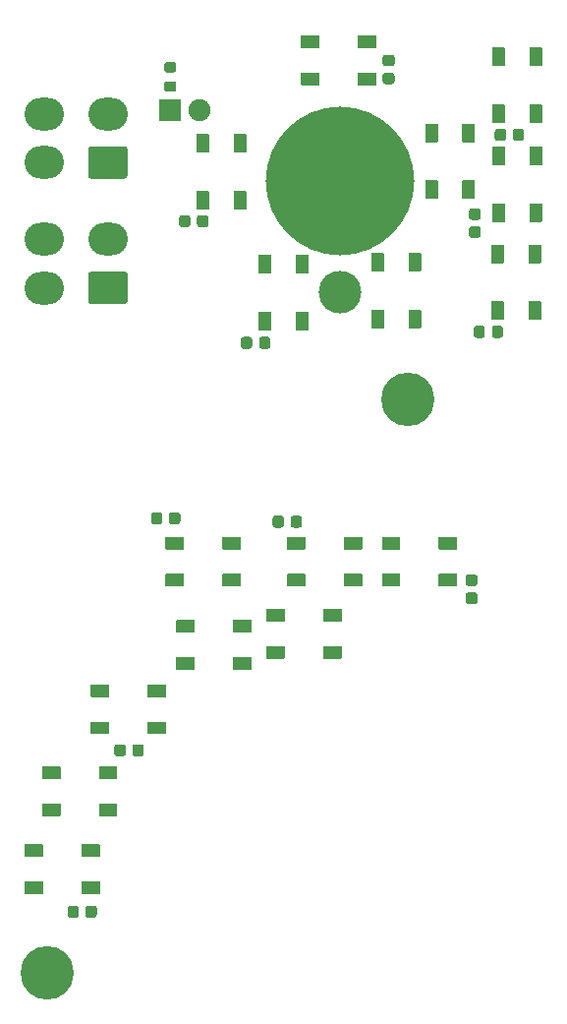
<source format=gbr>
%TF.GenerationSoftware,KiCad,Pcbnew,(5.1.10)-1*%
%TF.CreationDate,2021-11-16T16:25:11+11:00*%
%TF.ProjectId,OBOGS Panel PCB V2,4f424f47-5320-4506-916e-656c20504342,rev?*%
%TF.SameCoordinates,Original*%
%TF.FileFunction,Soldermask,Top*%
%TF.FilePolarity,Negative*%
%FSLAX46Y46*%
G04 Gerber Fmt 4.6, Leading zero omitted, Abs format (unit mm)*
G04 Created by KiCad (PCBNEW (5.1.10)-1) date 2021-11-16 16:25:11*
%MOMM*%
%LPD*%
G01*
G04 APERTURE LIST*
%ADD10O,3.400000X2.800000*%
%ADD11C,3.672000*%
%ADD12C,12.800000*%
%ADD13C,4.600000*%
%ADD14C,1.900000*%
G04 APERTURE END LIST*
D10*
%TO.C,J2*%
X164766360Y-60275360D03*
X164766360Y-64475360D03*
X170266360Y-60275360D03*
G36*
G01*
X171707100Y-65875360D02*
X168825620Y-65875360D01*
G75*
G02*
X168566360Y-65616100I0J259260D01*
G01*
X168566360Y-63334620D01*
G75*
G02*
X168825620Y-63075360I259260J0D01*
G01*
X171707100Y-63075360D01*
G75*
G02*
X171966360Y-63334620I0J-259260D01*
G01*
X171966360Y-65616100D01*
G75*
G02*
X171707100Y-65875360I-259260J0D01*
G01*
G37*
%TD*%
%TO.C,J1*%
X164751120Y-49495600D03*
X164751120Y-53695600D03*
X170251120Y-49495600D03*
G36*
G01*
X171691860Y-55095600D02*
X168810380Y-55095600D01*
G75*
G02*
X168551120Y-54836340I0J259260D01*
G01*
X168551120Y-52554860D01*
G75*
G02*
X168810380Y-52295600I259260J0D01*
G01*
X171691860Y-52295600D01*
G75*
G02*
X171951120Y-52554860I0J-259260D01*
G01*
X171951120Y-54836340D01*
G75*
G02*
X171691860Y-55095600I-259260J0D01*
G01*
G37*
%TD*%
%TO.C,C12*%
G36*
G01*
X203347700Y-68548830D02*
X203347700Y-67986330D01*
G75*
G02*
X203591450Y-67742580I243750J0D01*
G01*
X204078950Y-67742580D01*
G75*
G02*
X204322700Y-67986330I0J-243750D01*
G01*
X204322700Y-68548830D01*
G75*
G02*
X204078950Y-68792580I-243750J0D01*
G01*
X203591450Y-68792580D01*
G75*
G02*
X203347700Y-68548830I0J243750D01*
G01*
G37*
G36*
G01*
X201772700Y-68548830D02*
X201772700Y-67986330D01*
G75*
G02*
X202016450Y-67742580I243750J0D01*
G01*
X202503950Y-67742580D01*
G75*
G02*
X202747700Y-67986330I0J-243750D01*
G01*
X202747700Y-68548830D01*
G75*
G02*
X202503950Y-68792580I-243750J0D01*
G01*
X202016450Y-68792580D01*
G75*
G02*
X201772700Y-68548830I0J243750D01*
G01*
G37*
%TD*%
%TO.C,C11*%
G36*
G01*
X183291660Y-69501330D02*
X183291660Y-68938830D01*
G75*
G02*
X183535410Y-68695080I243750J0D01*
G01*
X184022910Y-68695080D01*
G75*
G02*
X184266660Y-68938830I0J-243750D01*
G01*
X184266660Y-69501330D01*
G75*
G02*
X184022910Y-69745080I-243750J0D01*
G01*
X183535410Y-69745080D01*
G75*
G02*
X183291660Y-69501330I0J243750D01*
G01*
G37*
G36*
G01*
X181716660Y-69501330D02*
X181716660Y-68938830D01*
G75*
G02*
X181960410Y-68695080I243750J0D01*
G01*
X182447910Y-68695080D01*
G75*
G02*
X182691660Y-68938830I0J-243750D01*
G01*
X182691660Y-69501330D01*
G75*
G02*
X182447910Y-69745080I-243750J0D01*
G01*
X181960410Y-69745080D01*
G75*
G02*
X181716660Y-69501330I0J243750D01*
G01*
G37*
%TD*%
D11*
%TO.C,1*%
X190279157Y-64837067D03*
D12*
X190279157Y-55312067D03*
X190279157Y-55312067D03*
%TD*%
D13*
%TO.C,3*%
X165006157Y-123447567D03*
%TD*%
%TO.C,2*%
X196121157Y-74108067D03*
%TD*%
%TO.C,C4*%
G36*
G01*
X204586160Y-51040620D02*
X204586160Y-51590620D01*
G75*
G02*
X204336160Y-51840620I-250000J0D01*
G01*
X203836160Y-51840620D01*
G75*
G02*
X203586160Y-51590620I0J250000D01*
G01*
X203586160Y-51040620D01*
G75*
G02*
X203836160Y-50790620I250000J0D01*
G01*
X204336160Y-50790620D01*
G75*
G02*
X204586160Y-51040620I0J-250000D01*
G01*
G37*
G36*
G01*
X206136160Y-51040620D02*
X206136160Y-51590620D01*
G75*
G02*
X205886160Y-51840620I-250000J0D01*
G01*
X205386160Y-51840620D01*
G75*
G02*
X205136160Y-51590620I0J250000D01*
G01*
X205136160Y-51040620D01*
G75*
G02*
X205386160Y-50790620I250000J0D01*
G01*
X205886160Y-50790620D01*
G75*
G02*
X206136160Y-51040620I0J-250000D01*
G01*
G37*
%TD*%
%TO.C,C8*%
G36*
G01*
X175514380Y-84597920D02*
X175514380Y-84047920D01*
G75*
G02*
X175764380Y-83797920I250000J0D01*
G01*
X176264380Y-83797920D01*
G75*
G02*
X176514380Y-84047920I0J-250000D01*
G01*
X176514380Y-84597920D01*
G75*
G02*
X176264380Y-84847920I-250000J0D01*
G01*
X175764380Y-84847920D01*
G75*
G02*
X175514380Y-84597920I0J250000D01*
G01*
G37*
G36*
G01*
X173964380Y-84597920D02*
X173964380Y-84047920D01*
G75*
G02*
X174214380Y-83797920I250000J0D01*
G01*
X174714380Y-83797920D01*
G75*
G02*
X174964380Y-84047920I0J-250000D01*
G01*
X174964380Y-84597920D01*
G75*
G02*
X174714380Y-84847920I-250000J0D01*
G01*
X174214380Y-84847920D01*
G75*
G02*
X173964380Y-84597920I0J250000D01*
G01*
G37*
%TD*%
%TO.C,R1*%
G36*
G01*
X175935920Y-45951560D02*
X175335920Y-45951560D01*
G75*
G02*
X175110920Y-45726560I0J225000D01*
G01*
X175110920Y-45276560D01*
G75*
G02*
X175335920Y-45051560I225000J0D01*
G01*
X175935920Y-45051560D01*
G75*
G02*
X176160920Y-45276560I0J-225000D01*
G01*
X176160920Y-45726560D01*
G75*
G02*
X175935920Y-45951560I-225000J0D01*
G01*
G37*
G36*
G01*
X175935920Y-47601560D02*
X175335920Y-47601560D01*
G75*
G02*
X175110920Y-47376560I0J225000D01*
G01*
X175110920Y-46926560D01*
G75*
G02*
X175335920Y-46701560I225000J0D01*
G01*
X175935920Y-46701560D01*
G75*
G02*
X176160920Y-46926560I0J-225000D01*
G01*
X176160920Y-47376560D01*
G75*
G02*
X175935920Y-47601560I-225000J0D01*
G01*
G37*
%TD*%
%TO.C,C10*%
G36*
G01*
X168318560Y-118463740D02*
X168318560Y-117913740D01*
G75*
G02*
X168568560Y-117663740I250000J0D01*
G01*
X169068560Y-117663740D01*
G75*
G02*
X169318560Y-117913740I0J-250000D01*
G01*
X169318560Y-118463740D01*
G75*
G02*
X169068560Y-118713740I-250000J0D01*
G01*
X168568560Y-118713740D01*
G75*
G02*
X168318560Y-118463740I0J250000D01*
G01*
G37*
G36*
G01*
X166768560Y-118463740D02*
X166768560Y-117913740D01*
G75*
G02*
X167018560Y-117663740I250000J0D01*
G01*
X167518560Y-117663740D01*
G75*
G02*
X167768560Y-117913740I0J-250000D01*
G01*
X167768560Y-118463740D01*
G75*
G02*
X167518560Y-118713740I-250000J0D01*
G01*
X167018560Y-118713740D01*
G75*
G02*
X166768560Y-118463740I0J250000D01*
G01*
G37*
%TD*%
%TO.C,C9*%
G36*
G01*
X172364780Y-104567400D02*
X172364780Y-104017400D01*
G75*
G02*
X172614780Y-103767400I250000J0D01*
G01*
X173114780Y-103767400D01*
G75*
G02*
X173364780Y-104017400I0J-250000D01*
G01*
X173364780Y-104567400D01*
G75*
G02*
X173114780Y-104817400I-250000J0D01*
G01*
X172614780Y-104817400D01*
G75*
G02*
X172364780Y-104567400I0J250000D01*
G01*
G37*
G36*
G01*
X170814780Y-104567400D02*
X170814780Y-104017400D01*
G75*
G02*
X171064780Y-103767400I250000J0D01*
G01*
X171564780Y-103767400D01*
G75*
G02*
X171814780Y-104017400I0J-250000D01*
G01*
X171814780Y-104567400D01*
G75*
G02*
X171564780Y-104817400I-250000J0D01*
G01*
X171064780Y-104817400D01*
G75*
G02*
X170814780Y-104567400I0J250000D01*
G01*
G37*
%TD*%
%TO.C,C7*%
G36*
G01*
X185994720Y-84882400D02*
X185994720Y-84332400D01*
G75*
G02*
X186244720Y-84082400I250000J0D01*
G01*
X186744720Y-84082400D01*
G75*
G02*
X186994720Y-84332400I0J-250000D01*
G01*
X186994720Y-84882400D01*
G75*
G02*
X186744720Y-85132400I-250000J0D01*
G01*
X186244720Y-85132400D01*
G75*
G02*
X185994720Y-84882400I0J250000D01*
G01*
G37*
G36*
G01*
X184444720Y-84882400D02*
X184444720Y-84332400D01*
G75*
G02*
X184694720Y-84082400I250000J0D01*
G01*
X185194720Y-84082400D01*
G75*
G02*
X185444720Y-84332400I0J-250000D01*
G01*
X185444720Y-84882400D01*
G75*
G02*
X185194720Y-85132400I-250000J0D01*
G01*
X184694720Y-85132400D01*
G75*
G02*
X184444720Y-84882400I0J250000D01*
G01*
G37*
%TD*%
%TO.C,C6*%
G36*
G01*
X201877340Y-90151840D02*
X201327340Y-90151840D01*
G75*
G02*
X201077340Y-89901840I0J250000D01*
G01*
X201077340Y-89401840D01*
G75*
G02*
X201327340Y-89151840I250000J0D01*
G01*
X201877340Y-89151840D01*
G75*
G02*
X202127340Y-89401840I0J-250000D01*
G01*
X202127340Y-89901840D01*
G75*
G02*
X201877340Y-90151840I-250000J0D01*
G01*
G37*
G36*
G01*
X201877340Y-91701840D02*
X201327340Y-91701840D01*
G75*
G02*
X201077340Y-91451840I0J250000D01*
G01*
X201077340Y-90951840D01*
G75*
G02*
X201327340Y-90701840I250000J0D01*
G01*
X201877340Y-90701840D01*
G75*
G02*
X202127340Y-90951840I0J-250000D01*
G01*
X202127340Y-91451840D01*
G75*
G02*
X201877340Y-91701840I-250000J0D01*
G01*
G37*
%TD*%
%TO.C,C5*%
G36*
G01*
X194172160Y-45969900D02*
X194722160Y-45969900D01*
G75*
G02*
X194972160Y-46219900I0J-250000D01*
G01*
X194972160Y-46719900D01*
G75*
G02*
X194722160Y-46969900I-250000J0D01*
G01*
X194172160Y-46969900D01*
G75*
G02*
X193922160Y-46719900I0J250000D01*
G01*
X193922160Y-46219900D01*
G75*
G02*
X194172160Y-45969900I250000J0D01*
G01*
G37*
G36*
G01*
X194172160Y-44419900D02*
X194722160Y-44419900D01*
G75*
G02*
X194972160Y-44669900I0J-250000D01*
G01*
X194972160Y-45169900D01*
G75*
G02*
X194722160Y-45419900I-250000J0D01*
G01*
X194172160Y-45419900D01*
G75*
G02*
X193922160Y-45169900I0J250000D01*
G01*
X193922160Y-44669900D01*
G75*
G02*
X194172160Y-44419900I250000J0D01*
G01*
G37*
%TD*%
%TO.C,C3*%
G36*
G01*
X202156740Y-58634920D02*
X201606740Y-58634920D01*
G75*
G02*
X201356740Y-58384920I0J250000D01*
G01*
X201356740Y-57884920D01*
G75*
G02*
X201606740Y-57634920I250000J0D01*
G01*
X202156740Y-57634920D01*
G75*
G02*
X202406740Y-57884920I0J-250000D01*
G01*
X202406740Y-58384920D01*
G75*
G02*
X202156740Y-58634920I-250000J0D01*
G01*
G37*
G36*
G01*
X202156740Y-60184920D02*
X201606740Y-60184920D01*
G75*
G02*
X201356740Y-59934920I0J250000D01*
G01*
X201356740Y-59434920D01*
G75*
G02*
X201606740Y-59184920I250000J0D01*
G01*
X202156740Y-59184920D01*
G75*
G02*
X202406740Y-59434920I0J-250000D01*
G01*
X202406740Y-59934920D01*
G75*
G02*
X202156740Y-60184920I-250000J0D01*
G01*
G37*
%TD*%
%TO.C,C2*%
G36*
G01*
X177935300Y-59022660D02*
X177935300Y-58472660D01*
G75*
G02*
X178185300Y-58222660I250000J0D01*
G01*
X178685300Y-58222660D01*
G75*
G02*
X178935300Y-58472660I0J-250000D01*
G01*
X178935300Y-59022660D01*
G75*
G02*
X178685300Y-59272660I-250000J0D01*
G01*
X178185300Y-59272660D01*
G75*
G02*
X177935300Y-59022660I0J250000D01*
G01*
G37*
G36*
G01*
X176385300Y-59022660D02*
X176385300Y-58472660D01*
G75*
G02*
X176635300Y-58222660I250000J0D01*
G01*
X177135300Y-58222660D01*
G75*
G02*
X177385300Y-58472660I0J-250000D01*
G01*
X177385300Y-59022660D01*
G75*
G02*
X177135300Y-59272660I-250000J0D01*
G01*
X176635300Y-59272660D01*
G75*
G02*
X176385300Y-59022660I0J250000D01*
G01*
G37*
%TD*%
D14*
%TO.C,D17*%
X178153060Y-49209960D03*
G36*
G01*
X174663060Y-50109960D02*
X174663060Y-48309960D01*
G75*
G02*
X174713060Y-48259960I50000J0D01*
G01*
X176513060Y-48259960D01*
G75*
G02*
X176563060Y-48309960I0J-50000D01*
G01*
X176563060Y-50109960D01*
G75*
G02*
X176513060Y-50159960I-50000J0D01*
G01*
X174713060Y-50159960D01*
G75*
G02*
X174663060Y-50109960I0J50000D01*
G01*
G37*
%TD*%
%TO.C,D16*%
G36*
G01*
X163081000Y-113428000D02*
X163081000Y-112428000D01*
G75*
G02*
X163131000Y-112378000I50000J0D01*
G01*
X164631000Y-112378000D01*
G75*
G02*
X164681000Y-112428000I0J-50000D01*
G01*
X164681000Y-113428000D01*
G75*
G02*
X164631000Y-113478000I-50000J0D01*
G01*
X163131000Y-113478000D01*
G75*
G02*
X163081000Y-113428000I0J50000D01*
G01*
G37*
G36*
G01*
X163081000Y-116628000D02*
X163081000Y-115628000D01*
G75*
G02*
X163131000Y-115578000I50000J0D01*
G01*
X164631000Y-115578000D01*
G75*
G02*
X164681000Y-115628000I0J-50000D01*
G01*
X164681000Y-116628000D01*
G75*
G02*
X164631000Y-116678000I-50000J0D01*
G01*
X163131000Y-116678000D01*
G75*
G02*
X163081000Y-116628000I0J50000D01*
G01*
G37*
G36*
G01*
X167981000Y-113428000D02*
X167981000Y-112428000D01*
G75*
G02*
X168031000Y-112378000I50000J0D01*
G01*
X169531000Y-112378000D01*
G75*
G02*
X169581000Y-112428000I0J-50000D01*
G01*
X169581000Y-113428000D01*
G75*
G02*
X169531000Y-113478000I-50000J0D01*
G01*
X168031000Y-113478000D01*
G75*
G02*
X167981000Y-113428000I0J50000D01*
G01*
G37*
G36*
G01*
X167981000Y-116628000D02*
X167981000Y-115628000D01*
G75*
G02*
X168031000Y-115578000I50000J0D01*
G01*
X169531000Y-115578000D01*
G75*
G02*
X169581000Y-115628000I0J-50000D01*
G01*
X169581000Y-116628000D01*
G75*
G02*
X169531000Y-116678000I-50000J0D01*
G01*
X168031000Y-116678000D01*
G75*
G02*
X167981000Y-116628000I0J50000D01*
G01*
G37*
%TD*%
%TO.C,D15*%
G36*
G01*
X164582000Y-106723000D02*
X164582000Y-105723000D01*
G75*
G02*
X164632000Y-105673000I50000J0D01*
G01*
X166132000Y-105673000D01*
G75*
G02*
X166182000Y-105723000I0J-50000D01*
G01*
X166182000Y-106723000D01*
G75*
G02*
X166132000Y-106773000I-50000J0D01*
G01*
X164632000Y-106773000D01*
G75*
G02*
X164582000Y-106723000I0J50000D01*
G01*
G37*
G36*
G01*
X164582000Y-109923000D02*
X164582000Y-108923000D01*
G75*
G02*
X164632000Y-108873000I50000J0D01*
G01*
X166132000Y-108873000D01*
G75*
G02*
X166182000Y-108923000I0J-50000D01*
G01*
X166182000Y-109923000D01*
G75*
G02*
X166132000Y-109973000I-50000J0D01*
G01*
X164632000Y-109973000D01*
G75*
G02*
X164582000Y-109923000I0J50000D01*
G01*
G37*
G36*
G01*
X169482000Y-106723000D02*
X169482000Y-105723000D01*
G75*
G02*
X169532000Y-105673000I50000J0D01*
G01*
X171032000Y-105673000D01*
G75*
G02*
X171082000Y-105723000I0J-50000D01*
G01*
X171082000Y-106723000D01*
G75*
G02*
X171032000Y-106773000I-50000J0D01*
G01*
X169532000Y-106773000D01*
G75*
G02*
X169482000Y-106723000I0J50000D01*
G01*
G37*
G36*
G01*
X169482000Y-109923000D02*
X169482000Y-108923000D01*
G75*
G02*
X169532000Y-108873000I50000J0D01*
G01*
X171032000Y-108873000D01*
G75*
G02*
X171082000Y-108923000I0J-50000D01*
G01*
X171082000Y-109923000D01*
G75*
G02*
X171032000Y-109973000I-50000J0D01*
G01*
X169532000Y-109973000D01*
G75*
G02*
X169482000Y-109923000I0J50000D01*
G01*
G37*
%TD*%
%TO.C,D14*%
G36*
G01*
X168770000Y-99662000D02*
X168770000Y-98662000D01*
G75*
G02*
X168820000Y-98612000I50000J0D01*
G01*
X170320000Y-98612000D01*
G75*
G02*
X170370000Y-98662000I0J-50000D01*
G01*
X170370000Y-99662000D01*
G75*
G02*
X170320000Y-99712000I-50000J0D01*
G01*
X168820000Y-99712000D01*
G75*
G02*
X168770000Y-99662000I0J50000D01*
G01*
G37*
G36*
G01*
X168770000Y-102862000D02*
X168770000Y-101862000D01*
G75*
G02*
X168820000Y-101812000I50000J0D01*
G01*
X170320000Y-101812000D01*
G75*
G02*
X170370000Y-101862000I0J-50000D01*
G01*
X170370000Y-102862000D01*
G75*
G02*
X170320000Y-102912000I-50000J0D01*
G01*
X168820000Y-102912000D01*
G75*
G02*
X168770000Y-102862000I0J50000D01*
G01*
G37*
G36*
G01*
X173670000Y-99662000D02*
X173670000Y-98662000D01*
G75*
G02*
X173720000Y-98612000I50000J0D01*
G01*
X175220000Y-98612000D01*
G75*
G02*
X175270000Y-98662000I0J-50000D01*
G01*
X175270000Y-99662000D01*
G75*
G02*
X175220000Y-99712000I-50000J0D01*
G01*
X173720000Y-99712000D01*
G75*
G02*
X173670000Y-99662000I0J50000D01*
G01*
G37*
G36*
G01*
X173670000Y-102862000D02*
X173670000Y-101862000D01*
G75*
G02*
X173720000Y-101812000I50000J0D01*
G01*
X175220000Y-101812000D01*
G75*
G02*
X175270000Y-101862000I0J-50000D01*
G01*
X175270000Y-102862000D01*
G75*
G02*
X175220000Y-102912000I-50000J0D01*
G01*
X173720000Y-102912000D01*
G75*
G02*
X173670000Y-102862000I0J50000D01*
G01*
G37*
%TD*%
%TO.C,D13*%
G36*
G01*
X176136000Y-94124400D02*
X176136000Y-93124400D01*
G75*
G02*
X176186000Y-93074400I50000J0D01*
G01*
X177686000Y-93074400D01*
G75*
G02*
X177736000Y-93124400I0J-50000D01*
G01*
X177736000Y-94124400D01*
G75*
G02*
X177686000Y-94174400I-50000J0D01*
G01*
X176186000Y-94174400D01*
G75*
G02*
X176136000Y-94124400I0J50000D01*
G01*
G37*
G36*
G01*
X176136000Y-97324400D02*
X176136000Y-96324400D01*
G75*
G02*
X176186000Y-96274400I50000J0D01*
G01*
X177686000Y-96274400D01*
G75*
G02*
X177736000Y-96324400I0J-50000D01*
G01*
X177736000Y-97324400D01*
G75*
G02*
X177686000Y-97374400I-50000J0D01*
G01*
X176186000Y-97374400D01*
G75*
G02*
X176136000Y-97324400I0J50000D01*
G01*
G37*
G36*
G01*
X181036000Y-94124400D02*
X181036000Y-93124400D01*
G75*
G02*
X181086000Y-93074400I50000J0D01*
G01*
X182586000Y-93074400D01*
G75*
G02*
X182636000Y-93124400I0J-50000D01*
G01*
X182636000Y-94124400D01*
G75*
G02*
X182586000Y-94174400I-50000J0D01*
G01*
X181086000Y-94174400D01*
G75*
G02*
X181036000Y-94124400I0J50000D01*
G01*
G37*
G36*
G01*
X181036000Y-97324400D02*
X181036000Y-96324400D01*
G75*
G02*
X181086000Y-96274400I50000J0D01*
G01*
X182586000Y-96274400D01*
G75*
G02*
X182636000Y-96324400I0J-50000D01*
G01*
X182636000Y-97324400D01*
G75*
G02*
X182586000Y-97374400I-50000J0D01*
G01*
X181086000Y-97374400D01*
G75*
G02*
X181036000Y-97324400I0J50000D01*
G01*
G37*
%TD*%
%TO.C,D12*%
G36*
G01*
X183909000Y-93159200D02*
X183909000Y-92159200D01*
G75*
G02*
X183959000Y-92109200I50000J0D01*
G01*
X185459000Y-92109200D01*
G75*
G02*
X185509000Y-92159200I0J-50000D01*
G01*
X185509000Y-93159200D01*
G75*
G02*
X185459000Y-93209200I-50000J0D01*
G01*
X183959000Y-93209200D01*
G75*
G02*
X183909000Y-93159200I0J50000D01*
G01*
G37*
G36*
G01*
X183909000Y-96359200D02*
X183909000Y-95359200D01*
G75*
G02*
X183959000Y-95309200I50000J0D01*
G01*
X185459000Y-95309200D01*
G75*
G02*
X185509000Y-95359200I0J-50000D01*
G01*
X185509000Y-96359200D01*
G75*
G02*
X185459000Y-96409200I-50000J0D01*
G01*
X183959000Y-96409200D01*
G75*
G02*
X183909000Y-96359200I0J50000D01*
G01*
G37*
G36*
G01*
X188809000Y-93159200D02*
X188809000Y-92159200D01*
G75*
G02*
X188859000Y-92109200I50000J0D01*
G01*
X190359000Y-92109200D01*
G75*
G02*
X190409000Y-92159200I0J-50000D01*
G01*
X190409000Y-93159200D01*
G75*
G02*
X190359000Y-93209200I-50000J0D01*
G01*
X188859000Y-93209200D01*
G75*
G02*
X188809000Y-93159200I0J50000D01*
G01*
G37*
G36*
G01*
X188809000Y-96359200D02*
X188809000Y-95359200D01*
G75*
G02*
X188859000Y-95309200I50000J0D01*
G01*
X190359000Y-95309200D01*
G75*
G02*
X190409000Y-95359200I0J-50000D01*
G01*
X190409000Y-96359200D01*
G75*
G02*
X190359000Y-96409200I-50000J0D01*
G01*
X188859000Y-96409200D01*
G75*
G02*
X188809000Y-96359200I0J50000D01*
G01*
G37*
%TD*%
%TO.C,D11*%
G36*
G01*
X193866000Y-86961600D02*
X193866000Y-85961600D01*
G75*
G02*
X193916000Y-85911600I50000J0D01*
G01*
X195416000Y-85911600D01*
G75*
G02*
X195466000Y-85961600I0J-50000D01*
G01*
X195466000Y-86961600D01*
G75*
G02*
X195416000Y-87011600I-50000J0D01*
G01*
X193916000Y-87011600D01*
G75*
G02*
X193866000Y-86961600I0J50000D01*
G01*
G37*
G36*
G01*
X193866000Y-90161600D02*
X193866000Y-89161600D01*
G75*
G02*
X193916000Y-89111600I50000J0D01*
G01*
X195416000Y-89111600D01*
G75*
G02*
X195466000Y-89161600I0J-50000D01*
G01*
X195466000Y-90161600D01*
G75*
G02*
X195416000Y-90211600I-50000J0D01*
G01*
X193916000Y-90211600D01*
G75*
G02*
X193866000Y-90161600I0J50000D01*
G01*
G37*
G36*
G01*
X198766000Y-86961600D02*
X198766000Y-85961600D01*
G75*
G02*
X198816000Y-85911600I50000J0D01*
G01*
X200316000Y-85911600D01*
G75*
G02*
X200366000Y-85961600I0J-50000D01*
G01*
X200366000Y-86961600D01*
G75*
G02*
X200316000Y-87011600I-50000J0D01*
G01*
X198816000Y-87011600D01*
G75*
G02*
X198766000Y-86961600I0J50000D01*
G01*
G37*
G36*
G01*
X198766000Y-90161600D02*
X198766000Y-89161600D01*
G75*
G02*
X198816000Y-89111600I50000J0D01*
G01*
X200316000Y-89111600D01*
G75*
G02*
X200366000Y-89161600I0J-50000D01*
G01*
X200366000Y-90161600D01*
G75*
G02*
X200316000Y-90211600I-50000J0D01*
G01*
X198816000Y-90211600D01*
G75*
G02*
X198766000Y-90161600I0J50000D01*
G01*
G37*
%TD*%
%TO.C,D10*%
G36*
G01*
X192187000Y-89161600D02*
X192187000Y-90161600D01*
G75*
G02*
X192137000Y-90211600I-50000J0D01*
G01*
X190637000Y-90211600D01*
G75*
G02*
X190587000Y-90161600I0J50000D01*
G01*
X190587000Y-89161600D01*
G75*
G02*
X190637000Y-89111600I50000J0D01*
G01*
X192137000Y-89111600D01*
G75*
G02*
X192187000Y-89161600I0J-50000D01*
G01*
G37*
G36*
G01*
X192187000Y-85961600D02*
X192187000Y-86961600D01*
G75*
G02*
X192137000Y-87011600I-50000J0D01*
G01*
X190637000Y-87011600D01*
G75*
G02*
X190587000Y-86961600I0J50000D01*
G01*
X190587000Y-85961600D01*
G75*
G02*
X190637000Y-85911600I50000J0D01*
G01*
X192137000Y-85911600D01*
G75*
G02*
X192187000Y-85961600I0J-50000D01*
G01*
G37*
G36*
G01*
X187287000Y-89161600D02*
X187287000Y-90161600D01*
G75*
G02*
X187237000Y-90211600I-50000J0D01*
G01*
X185737000Y-90211600D01*
G75*
G02*
X185687000Y-90161600I0J50000D01*
G01*
X185687000Y-89161600D01*
G75*
G02*
X185737000Y-89111600I50000J0D01*
G01*
X187237000Y-89111600D01*
G75*
G02*
X187287000Y-89161600I0J-50000D01*
G01*
G37*
G36*
G01*
X187287000Y-85961600D02*
X187287000Y-86961600D01*
G75*
G02*
X187237000Y-87011600I-50000J0D01*
G01*
X185737000Y-87011600D01*
G75*
G02*
X185687000Y-86961600I0J50000D01*
G01*
X185687000Y-85961600D01*
G75*
G02*
X185737000Y-85911600I50000J0D01*
G01*
X187237000Y-85911600D01*
G75*
G02*
X187287000Y-85961600I0J-50000D01*
G01*
G37*
%TD*%
%TO.C,D9*%
G36*
G01*
X181722000Y-89161600D02*
X181722000Y-90161600D01*
G75*
G02*
X181672000Y-90211600I-50000J0D01*
G01*
X180172000Y-90211600D01*
G75*
G02*
X180122000Y-90161600I0J50000D01*
G01*
X180122000Y-89161600D01*
G75*
G02*
X180172000Y-89111600I50000J0D01*
G01*
X181672000Y-89111600D01*
G75*
G02*
X181722000Y-89161600I0J-50000D01*
G01*
G37*
G36*
G01*
X181722000Y-85961600D02*
X181722000Y-86961600D01*
G75*
G02*
X181672000Y-87011600I-50000J0D01*
G01*
X180172000Y-87011600D01*
G75*
G02*
X180122000Y-86961600I0J50000D01*
G01*
X180122000Y-85961600D01*
G75*
G02*
X180172000Y-85911600I50000J0D01*
G01*
X181672000Y-85911600D01*
G75*
G02*
X181722000Y-85961600I0J-50000D01*
G01*
G37*
G36*
G01*
X176822000Y-89161600D02*
X176822000Y-90161600D01*
G75*
G02*
X176772000Y-90211600I-50000J0D01*
G01*
X175272000Y-90211600D01*
G75*
G02*
X175222000Y-90161600I0J50000D01*
G01*
X175222000Y-89161600D01*
G75*
G02*
X175272000Y-89111600I50000J0D01*
G01*
X176772000Y-89111600D01*
G75*
G02*
X176822000Y-89161600I0J-50000D01*
G01*
G37*
G36*
G01*
X176822000Y-85961600D02*
X176822000Y-86961600D01*
G75*
G02*
X176772000Y-87011600I-50000J0D01*
G01*
X175272000Y-87011600D01*
G75*
G02*
X175222000Y-86961600I0J50000D01*
G01*
X175222000Y-85961600D01*
G75*
G02*
X175272000Y-85911600I50000J0D01*
G01*
X176772000Y-85911600D01*
G75*
G02*
X176822000Y-85961600I0J-50000D01*
G01*
G37*
%TD*%
%TO.C,D8*%
G36*
G01*
X206535000Y-60758000D02*
X207535000Y-60758000D01*
G75*
G02*
X207585000Y-60808000I0J-50000D01*
G01*
X207585000Y-62308000D01*
G75*
G02*
X207535000Y-62358000I-50000J0D01*
G01*
X206535000Y-62358000D01*
G75*
G02*
X206485000Y-62308000I0J50000D01*
G01*
X206485000Y-60808000D01*
G75*
G02*
X206535000Y-60758000I50000J0D01*
G01*
G37*
G36*
G01*
X203335000Y-60758000D02*
X204335000Y-60758000D01*
G75*
G02*
X204385000Y-60808000I0J-50000D01*
G01*
X204385000Y-62308000D01*
G75*
G02*
X204335000Y-62358000I-50000J0D01*
G01*
X203335000Y-62358000D01*
G75*
G02*
X203285000Y-62308000I0J50000D01*
G01*
X203285000Y-60808000D01*
G75*
G02*
X203335000Y-60758000I50000J0D01*
G01*
G37*
G36*
G01*
X206535000Y-65658000D02*
X207535000Y-65658000D01*
G75*
G02*
X207585000Y-65708000I0J-50000D01*
G01*
X207585000Y-67208000D01*
G75*
G02*
X207535000Y-67258000I-50000J0D01*
G01*
X206535000Y-67258000D01*
G75*
G02*
X206485000Y-67208000I0J50000D01*
G01*
X206485000Y-65708000D01*
G75*
G02*
X206535000Y-65658000I50000J0D01*
G01*
G37*
G36*
G01*
X203335000Y-65658000D02*
X204335000Y-65658000D01*
G75*
G02*
X204385000Y-65708000I0J-50000D01*
G01*
X204385000Y-67208000D01*
G75*
G02*
X204335000Y-67258000I-50000J0D01*
G01*
X203335000Y-67258000D01*
G75*
G02*
X203285000Y-67208000I0J50000D01*
G01*
X203285000Y-65708000D01*
G75*
G02*
X203335000Y-65658000I50000J0D01*
G01*
G37*
%TD*%
%TO.C,D7*%
G36*
G01*
X196198000Y-61480800D02*
X197198000Y-61480800D01*
G75*
G02*
X197248000Y-61530800I0J-50000D01*
G01*
X197248000Y-63030800D01*
G75*
G02*
X197198000Y-63080800I-50000J0D01*
G01*
X196198000Y-63080800D01*
G75*
G02*
X196148000Y-63030800I0J50000D01*
G01*
X196148000Y-61530800D01*
G75*
G02*
X196198000Y-61480800I50000J0D01*
G01*
G37*
G36*
G01*
X192998000Y-61480800D02*
X193998000Y-61480800D01*
G75*
G02*
X194048000Y-61530800I0J-50000D01*
G01*
X194048000Y-63030800D01*
G75*
G02*
X193998000Y-63080800I-50000J0D01*
G01*
X192998000Y-63080800D01*
G75*
G02*
X192948000Y-63030800I0J50000D01*
G01*
X192948000Y-61530800D01*
G75*
G02*
X192998000Y-61480800I50000J0D01*
G01*
G37*
G36*
G01*
X196198000Y-66380800D02*
X197198000Y-66380800D01*
G75*
G02*
X197248000Y-66430800I0J-50000D01*
G01*
X197248000Y-67930800D01*
G75*
G02*
X197198000Y-67980800I-50000J0D01*
G01*
X196198000Y-67980800D01*
G75*
G02*
X196148000Y-67930800I0J50000D01*
G01*
X196148000Y-66430800D01*
G75*
G02*
X196198000Y-66380800I50000J0D01*
G01*
G37*
G36*
G01*
X192998000Y-66380800D02*
X193998000Y-66380800D01*
G75*
G02*
X194048000Y-66430800I0J-50000D01*
G01*
X194048000Y-67930800D01*
G75*
G02*
X193998000Y-67980800I-50000J0D01*
G01*
X192998000Y-67980800D01*
G75*
G02*
X192948000Y-67930800I0J50000D01*
G01*
X192948000Y-66430800D01*
G75*
G02*
X192998000Y-66380800I50000J0D01*
G01*
G37*
%TD*%
%TO.C,D6*%
G36*
G01*
X186495000Y-61633200D02*
X187495000Y-61633200D01*
G75*
G02*
X187545000Y-61683200I0J-50000D01*
G01*
X187545000Y-63183200D01*
G75*
G02*
X187495000Y-63233200I-50000J0D01*
G01*
X186495000Y-63233200D01*
G75*
G02*
X186445000Y-63183200I0J50000D01*
G01*
X186445000Y-61683200D01*
G75*
G02*
X186495000Y-61633200I50000J0D01*
G01*
G37*
G36*
G01*
X183295000Y-61633200D02*
X184295000Y-61633200D01*
G75*
G02*
X184345000Y-61683200I0J-50000D01*
G01*
X184345000Y-63183200D01*
G75*
G02*
X184295000Y-63233200I-50000J0D01*
G01*
X183295000Y-63233200D01*
G75*
G02*
X183245000Y-63183200I0J50000D01*
G01*
X183245000Y-61683200D01*
G75*
G02*
X183295000Y-61633200I50000J0D01*
G01*
G37*
G36*
G01*
X186495000Y-66533200D02*
X187495000Y-66533200D01*
G75*
G02*
X187545000Y-66583200I0J-50000D01*
G01*
X187545000Y-68083200D01*
G75*
G02*
X187495000Y-68133200I-50000J0D01*
G01*
X186495000Y-68133200D01*
G75*
G02*
X186445000Y-68083200I0J50000D01*
G01*
X186445000Y-66583200D01*
G75*
G02*
X186495000Y-66533200I50000J0D01*
G01*
G37*
G36*
G01*
X183295000Y-66533200D02*
X184295000Y-66533200D01*
G75*
G02*
X184345000Y-66583200I0J-50000D01*
G01*
X184345000Y-68083200D01*
G75*
G02*
X184295000Y-68133200I-50000J0D01*
G01*
X183295000Y-68133200D01*
G75*
G02*
X183245000Y-68083200I0J50000D01*
G01*
X183245000Y-66583200D01*
G75*
G02*
X183295000Y-66533200I50000J0D01*
G01*
G37*
%TD*%
%TO.C,D5*%
G36*
G01*
X206637000Y-52325200D02*
X207637000Y-52325200D01*
G75*
G02*
X207687000Y-52375200I0J-50000D01*
G01*
X207687000Y-53875200D01*
G75*
G02*
X207637000Y-53925200I-50000J0D01*
G01*
X206637000Y-53925200D01*
G75*
G02*
X206587000Y-53875200I0J50000D01*
G01*
X206587000Y-52375200D01*
G75*
G02*
X206637000Y-52325200I50000J0D01*
G01*
G37*
G36*
G01*
X203437000Y-52325200D02*
X204437000Y-52325200D01*
G75*
G02*
X204487000Y-52375200I0J-50000D01*
G01*
X204487000Y-53875200D01*
G75*
G02*
X204437000Y-53925200I-50000J0D01*
G01*
X203437000Y-53925200D01*
G75*
G02*
X203387000Y-53875200I0J50000D01*
G01*
X203387000Y-52375200D01*
G75*
G02*
X203437000Y-52325200I50000J0D01*
G01*
G37*
G36*
G01*
X206637000Y-57225200D02*
X207637000Y-57225200D01*
G75*
G02*
X207687000Y-57275200I0J-50000D01*
G01*
X207687000Y-58775200D01*
G75*
G02*
X207637000Y-58825200I-50000J0D01*
G01*
X206637000Y-58825200D01*
G75*
G02*
X206587000Y-58775200I0J50000D01*
G01*
X206587000Y-57275200D01*
G75*
G02*
X206637000Y-57225200I50000J0D01*
G01*
G37*
G36*
G01*
X203437000Y-57225200D02*
X204437000Y-57225200D01*
G75*
G02*
X204487000Y-57275200I0J-50000D01*
G01*
X204487000Y-58775200D01*
G75*
G02*
X204437000Y-58825200I-50000J0D01*
G01*
X203437000Y-58825200D01*
G75*
G02*
X203387000Y-58775200I0J50000D01*
G01*
X203387000Y-57275200D01*
G75*
G02*
X203437000Y-57225200I50000J0D01*
G01*
G37*
%TD*%
%TO.C,D4*%
G36*
G01*
X200846000Y-50344000D02*
X201846000Y-50344000D01*
G75*
G02*
X201896000Y-50394000I0J-50000D01*
G01*
X201896000Y-51894000D01*
G75*
G02*
X201846000Y-51944000I-50000J0D01*
G01*
X200846000Y-51944000D01*
G75*
G02*
X200796000Y-51894000I0J50000D01*
G01*
X200796000Y-50394000D01*
G75*
G02*
X200846000Y-50344000I50000J0D01*
G01*
G37*
G36*
G01*
X197646000Y-50344000D02*
X198646000Y-50344000D01*
G75*
G02*
X198696000Y-50394000I0J-50000D01*
G01*
X198696000Y-51894000D01*
G75*
G02*
X198646000Y-51944000I-50000J0D01*
G01*
X197646000Y-51944000D01*
G75*
G02*
X197596000Y-51894000I0J50000D01*
G01*
X197596000Y-50394000D01*
G75*
G02*
X197646000Y-50344000I50000J0D01*
G01*
G37*
G36*
G01*
X200846000Y-55244000D02*
X201846000Y-55244000D01*
G75*
G02*
X201896000Y-55294000I0J-50000D01*
G01*
X201896000Y-56794000D01*
G75*
G02*
X201846000Y-56844000I-50000J0D01*
G01*
X200846000Y-56844000D01*
G75*
G02*
X200796000Y-56794000I0J50000D01*
G01*
X200796000Y-55294000D01*
G75*
G02*
X200846000Y-55244000I50000J0D01*
G01*
G37*
G36*
G01*
X197646000Y-55244000D02*
X198646000Y-55244000D01*
G75*
G02*
X198696000Y-55294000I0J-50000D01*
G01*
X198696000Y-56794000D01*
G75*
G02*
X198646000Y-56844000I-50000J0D01*
G01*
X197646000Y-56844000D01*
G75*
G02*
X197596000Y-56794000I0J50000D01*
G01*
X197596000Y-55294000D01*
G75*
G02*
X197646000Y-55244000I50000J0D01*
G01*
G37*
%TD*%
%TO.C,D3*%
G36*
G01*
X181135000Y-51258400D02*
X182135000Y-51258400D01*
G75*
G02*
X182185000Y-51308400I0J-50000D01*
G01*
X182185000Y-52808400D01*
G75*
G02*
X182135000Y-52858400I-50000J0D01*
G01*
X181135000Y-52858400D01*
G75*
G02*
X181085000Y-52808400I0J50000D01*
G01*
X181085000Y-51308400D01*
G75*
G02*
X181135000Y-51258400I50000J0D01*
G01*
G37*
G36*
G01*
X177935000Y-51258400D02*
X178935000Y-51258400D01*
G75*
G02*
X178985000Y-51308400I0J-50000D01*
G01*
X178985000Y-52808400D01*
G75*
G02*
X178935000Y-52858400I-50000J0D01*
G01*
X177935000Y-52858400D01*
G75*
G02*
X177885000Y-52808400I0J50000D01*
G01*
X177885000Y-51308400D01*
G75*
G02*
X177935000Y-51258400I50000J0D01*
G01*
G37*
G36*
G01*
X181135000Y-56158400D02*
X182135000Y-56158400D01*
G75*
G02*
X182185000Y-56208400I0J-50000D01*
G01*
X182185000Y-57708400D01*
G75*
G02*
X182135000Y-57758400I-50000J0D01*
G01*
X181135000Y-57758400D01*
G75*
G02*
X181085000Y-57708400I0J50000D01*
G01*
X181085000Y-56208400D01*
G75*
G02*
X181135000Y-56158400I50000J0D01*
G01*
G37*
G36*
G01*
X177935000Y-56158400D02*
X178935000Y-56158400D01*
G75*
G02*
X178985000Y-56208400I0J-50000D01*
G01*
X178985000Y-57708400D01*
G75*
G02*
X178935000Y-57758400I-50000J0D01*
G01*
X177935000Y-57758400D01*
G75*
G02*
X177885000Y-57708400I0J50000D01*
G01*
X177885000Y-56208400D01*
G75*
G02*
X177935000Y-56158400I50000J0D01*
G01*
G37*
%TD*%
%TO.C,D2*%
G36*
G01*
X206612000Y-43802400D02*
X207612000Y-43802400D01*
G75*
G02*
X207662000Y-43852400I0J-50000D01*
G01*
X207662000Y-45352400D01*
G75*
G02*
X207612000Y-45402400I-50000J0D01*
G01*
X206612000Y-45402400D01*
G75*
G02*
X206562000Y-45352400I0J50000D01*
G01*
X206562000Y-43852400D01*
G75*
G02*
X206612000Y-43802400I50000J0D01*
G01*
G37*
G36*
G01*
X203412000Y-43802400D02*
X204412000Y-43802400D01*
G75*
G02*
X204462000Y-43852400I0J-50000D01*
G01*
X204462000Y-45352400D01*
G75*
G02*
X204412000Y-45402400I-50000J0D01*
G01*
X203412000Y-45402400D01*
G75*
G02*
X203362000Y-45352400I0J50000D01*
G01*
X203362000Y-43852400D01*
G75*
G02*
X203412000Y-43802400I50000J0D01*
G01*
G37*
G36*
G01*
X206612000Y-48702400D02*
X207612000Y-48702400D01*
G75*
G02*
X207662000Y-48752400I0J-50000D01*
G01*
X207662000Y-50252400D01*
G75*
G02*
X207612000Y-50302400I-50000J0D01*
G01*
X206612000Y-50302400D01*
G75*
G02*
X206562000Y-50252400I0J50000D01*
G01*
X206562000Y-48752400D01*
G75*
G02*
X206612000Y-48702400I50000J0D01*
G01*
G37*
G36*
G01*
X203412000Y-48702400D02*
X204412000Y-48702400D01*
G75*
G02*
X204462000Y-48752400I0J-50000D01*
G01*
X204462000Y-50252400D01*
G75*
G02*
X204412000Y-50302400I-50000J0D01*
G01*
X203412000Y-50302400D01*
G75*
G02*
X203362000Y-50252400I0J50000D01*
G01*
X203362000Y-48752400D01*
G75*
G02*
X203412000Y-48702400I50000J0D01*
G01*
G37*
%TD*%
%TO.C,D1*%
G36*
G01*
X186894000Y-43807200D02*
X186894000Y-42807200D01*
G75*
G02*
X186944000Y-42757200I50000J0D01*
G01*
X188444000Y-42757200D01*
G75*
G02*
X188494000Y-42807200I0J-50000D01*
G01*
X188494000Y-43807200D01*
G75*
G02*
X188444000Y-43857200I-50000J0D01*
G01*
X186944000Y-43857200D01*
G75*
G02*
X186894000Y-43807200I0J50000D01*
G01*
G37*
G36*
G01*
X186894000Y-47007200D02*
X186894000Y-46007200D01*
G75*
G02*
X186944000Y-45957200I50000J0D01*
G01*
X188444000Y-45957200D01*
G75*
G02*
X188494000Y-46007200I0J-50000D01*
G01*
X188494000Y-47007200D01*
G75*
G02*
X188444000Y-47057200I-50000J0D01*
G01*
X186944000Y-47057200D01*
G75*
G02*
X186894000Y-47007200I0J50000D01*
G01*
G37*
G36*
G01*
X191794000Y-43807200D02*
X191794000Y-42807200D01*
G75*
G02*
X191844000Y-42757200I50000J0D01*
G01*
X193344000Y-42757200D01*
G75*
G02*
X193394000Y-42807200I0J-50000D01*
G01*
X193394000Y-43807200D01*
G75*
G02*
X193344000Y-43857200I-50000J0D01*
G01*
X191844000Y-43857200D01*
G75*
G02*
X191794000Y-43807200I0J50000D01*
G01*
G37*
G36*
G01*
X191794000Y-47007200D02*
X191794000Y-46007200D01*
G75*
G02*
X191844000Y-45957200I50000J0D01*
G01*
X193344000Y-45957200D01*
G75*
G02*
X193394000Y-46007200I0J-50000D01*
G01*
X193394000Y-47007200D01*
G75*
G02*
X193344000Y-47057200I-50000J0D01*
G01*
X191844000Y-47057200D01*
G75*
G02*
X191794000Y-47007200I0J50000D01*
G01*
G37*
%TD*%
M02*

</source>
